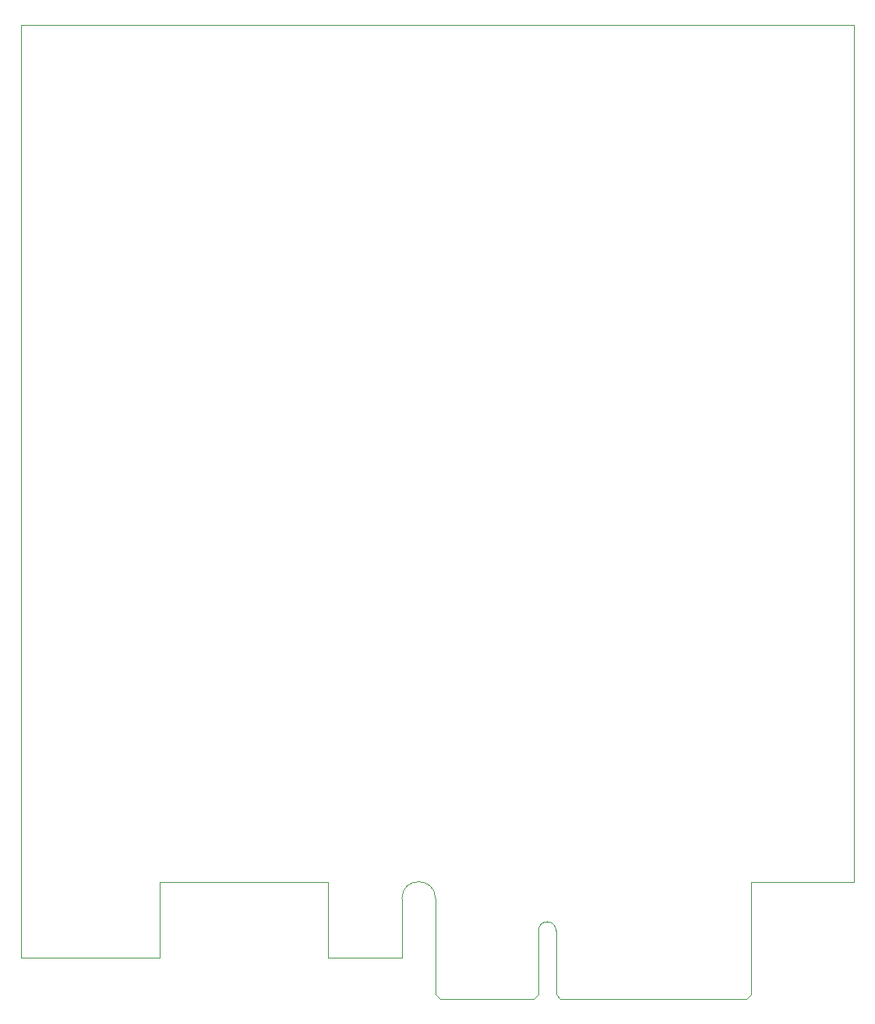
<source format=gm1>
G04*
G04 #@! TF.GenerationSoftware,Altium Limited,Altium Designer,21.0.9 (235)*
G04*
G04 Layer_Color=16711935*
%FSLAX25Y25*%
%MOIN*%
G70*
G04*
G04 #@! TF.SameCoordinates,6D45A94B-17CC-4D83-881B-F394DC7C88B3*
G04*
G04*
G04 #@! TF.FilePolarity,Positive*
G04*
G01*
G75*
%ADD10C,0.00394*%
D10*
X177165Y43012D02*
G03*
X162795Y43012I-7185J0D01*
G01*
X228740Y29331D02*
G03*
X221260Y29331I-3740J0D01*
G01*
X356102Y416339D02*
X356102Y50197D01*
X312205D02*
X356102D01*
X0Y416339D02*
X356102D01*
X0Y17717D02*
Y416339D01*
Y17717D02*
X59055D01*
Y50197D01*
X131299D01*
Y17717D02*
Y50197D01*
Y17717D02*
X162795D01*
Y43012D01*
X177165Y1969D02*
Y43012D01*
X179134Y0D02*
X219291D01*
X221260Y1969D02*
Y29331D01*
X228740Y1969D02*
Y29331D01*
X230709Y0D02*
X310236D01*
X312205Y1969D02*
Y50197D01*
X177165Y1969D02*
X179134Y0D01*
X219291D02*
X221260Y1969D01*
X228740D02*
X230709Y0D01*
X310236D02*
X312205Y1969D01*
M02*

</source>
